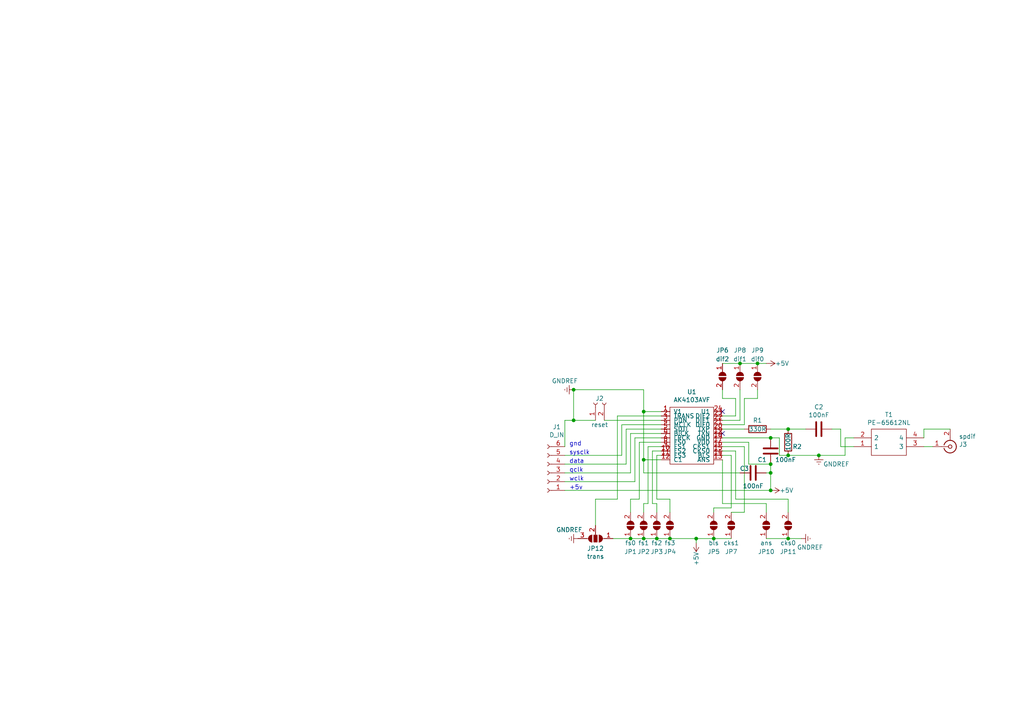
<source format=kicad_sch>
(kicad_sch (version 20211123) (generator eeschema)

  (uuid 94c158d1-8503-4553-b511-bf42f506c2a8)

  (paper "A4")

  (title_block
    (title "18bit-DIT")
    (rev "0.2")
  )

  (lib_symbols
    (symbol "65612:PE-65612NL" (pin_names (offset 0.762)) (in_bom yes) (on_board yes)
      (property "Reference" "T" (id 0) (at 16.51 7.62 0)
        (effects (font (size 1.27 1.27)) (justify left))
      )
      (property "Value" "PE-65612NL" (id 1) (at 16.51 5.08 0)
        (effects (font (size 1.27 1.27)) (justify left))
      )
      (property "Footprint" "PE65612NL" (id 2) (at 16.51 2.54 0)
        (effects (font (size 1.27 1.27)) (justify left) hide)
      )
      (property "Datasheet" "https://componentsearchengine.com/Datasheets/1/PE-65612NL.pdf" (id 3) (at 16.51 0 0)
        (effects (font (size 1.27 1.27)) (justify left) hide)
      )
      (property "Description" "Audio Transformers / Signal Transformers THT Digital Audio 2500uH 1-Port" (id 4) (at 16.51 -2.54 0)
        (effects (font (size 1.27 1.27)) (justify left) hide)
      )
      (property "Height" "6.6" (id 5) (at 16.51 -5.08 0)
        (effects (font (size 1.27 1.27)) (justify left) hide)
      )
      (property "Manufacturer_Name" "Pulse" (id 6) (at 16.51 -7.62 0)
        (effects (font (size 1.27 1.27)) (justify left) hide)
      )
      (property "Manufacturer_Part_Number" "PE-65612NL" (id 7) (at 16.51 -10.16 0)
        (effects (font (size 1.27 1.27)) (justify left) hide)
      )
      (property "Mouser Part Number" "673-PE-65612NL" (id 8) (at 16.51 -12.7 0)
        (effects (font (size 1.27 1.27)) (justify left) hide)
      )
      (property "Mouser Price/Stock" "https://www.mouser.co.uk/ProductDetail/Pulse-Electronics/PE-65612NL?qs=0Ba7fqpihnjaWgPSZtGigw%3D%3D" (id 9) (at 16.51 -15.24 0)
        (effects (font (size 1.27 1.27)) (justify left) hide)
      )
      (property "Arrow Part Number" "PE-65612NL" (id 10) (at 16.51 -17.78 0)
        (effects (font (size 1.27 1.27)) (justify left) hide)
      )
      (property "Arrow Price/Stock" "https://www.arrow.com/en/products/pe-65612nl/pulse-electronics-corporation?region=nac" (id 11) (at 16.51 -20.32 0)
        (effects (font (size 1.27 1.27)) (justify left) hide)
      )
      (property "ki_description" "Audio Transformers / Signal Transformers THT Digital Audio 2500uH 1-Port" (id 12) (at 0 0 0)
        (effects (font (size 1.27 1.27)) hide)
      )
      (symbol "PE-65612NL_0_0"
        (pin passive line (at 0 -2.54 0) (length 5.08)
          (name "1" (effects (font (size 1.27 1.27))))
          (number "1" (effects (font (size 1.27 1.27))))
        )
        (pin passive line (at 0 0 0) (length 5.08)
          (name "2" (effects (font (size 1.27 1.27))))
          (number "2" (effects (font (size 1.27 1.27))))
        )
        (pin passive line (at 20.32 -2.54 180) (length 5.08)
          (name "3" (effects (font (size 1.27 1.27))))
          (number "3" (effects (font (size 1.27 1.27))))
        )
        (pin passive line (at 20.32 0 180) (length 5.08)
          (name "4" (effects (font (size 1.27 1.27))))
          (number "4" (effects (font (size 1.27 1.27))))
        )
      )
      (symbol "PE-65612NL_0_1"
        (polyline
          (pts
            (xy 5.08 2.54)
            (xy 15.24 2.54)
            (xy 15.24 -5.08)
            (xy 5.08 -5.08)
            (xy 5.08 2.54)
          )
          (stroke (width 0.1524) (type default) (color 0 0 0 0))
          (fill (type none))
        )
      )
    )
    (symbol "Connector:Conn_01x02_Female" (pin_names (offset 1.016) hide) (in_bom yes) (on_board yes)
      (property "Reference" "J" (id 0) (at 0 2.54 0)
        (effects (font (size 1.27 1.27)))
      )
      (property "Value" "Conn_01x02_Female" (id 1) (at 0 -5.08 0)
        (effects (font (size 1.27 1.27)))
      )
      (property "Footprint" "" (id 2) (at 0 0 0)
        (effects (font (size 1.27 1.27)) hide)
      )
      (property "Datasheet" "~" (id 3) (at 0 0 0)
        (effects (font (size 1.27 1.27)) hide)
      )
      (property "ki_keywords" "connector" (id 4) (at 0 0 0)
        (effects (font (size 1.27 1.27)) hide)
      )
      (property "ki_description" "Generic connector, single row, 01x02, script generated (kicad-library-utils/schlib/autogen/connector/)" (id 5) (at 0 0 0)
        (effects (font (size 1.27 1.27)) hide)
      )
      (property "ki_fp_filters" "Connector*:*_1x??_*" (id 6) (at 0 0 0)
        (effects (font (size 1.27 1.27)) hide)
      )
      (symbol "Conn_01x02_Female_1_1"
        (arc (start 0 -2.032) (mid -0.508 -2.54) (end 0 -3.048)
          (stroke (width 0.1524) (type default) (color 0 0 0 0))
          (fill (type none))
        )
        (polyline
          (pts
            (xy -1.27 -2.54)
            (xy -0.508 -2.54)
          )
          (stroke (width 0.1524) (type default) (color 0 0 0 0))
          (fill (type none))
        )
        (polyline
          (pts
            (xy -1.27 0)
            (xy -0.508 0)
          )
          (stroke (width 0.1524) (type default) (color 0 0 0 0))
          (fill (type none))
        )
        (arc (start 0 0.508) (mid -0.508 0) (end 0 -0.508)
          (stroke (width 0.1524) (type default) (color 0 0 0 0))
          (fill (type none))
        )
        (pin passive line (at -5.08 0 0) (length 3.81)
          (name "Pin_1" (effects (font (size 1.27 1.27))))
          (number "1" (effects (font (size 1.27 1.27))))
        )
        (pin passive line (at -5.08 -2.54 0) (length 3.81)
          (name "Pin_2" (effects (font (size 1.27 1.27))))
          (number "2" (effects (font (size 1.27 1.27))))
        )
      )
    )
    (symbol "Connector:Conn_01x06_Female" (pin_names (offset 1.016) hide) (in_bom yes) (on_board yes)
      (property "Reference" "J" (id 0) (at 0 7.62 0)
        (effects (font (size 1.27 1.27)))
      )
      (property "Value" "Conn_01x06_Female" (id 1) (at 0 -10.16 0)
        (effects (font (size 1.27 1.27)))
      )
      (property "Footprint" "" (id 2) (at 0 0 0)
        (effects (font (size 1.27 1.27)) hide)
      )
      (property "Datasheet" "~" (id 3) (at 0 0 0)
        (effects (font (size 1.27 1.27)) hide)
      )
      (property "ki_keywords" "connector" (id 4) (at 0 0 0)
        (effects (font (size 1.27 1.27)) hide)
      )
      (property "ki_description" "Generic connector, single row, 01x06, script generated (kicad-library-utils/schlib/autogen/connector/)" (id 5) (at 0 0 0)
        (effects (font (size 1.27 1.27)) hide)
      )
      (property "ki_fp_filters" "Connector*:*_1x??_*" (id 6) (at 0 0 0)
        (effects (font (size 1.27 1.27)) hide)
      )
      (symbol "Conn_01x06_Female_1_1"
        (arc (start 0 -7.112) (mid -0.508 -7.62) (end 0 -8.128)
          (stroke (width 0.1524) (type default) (color 0 0 0 0))
          (fill (type none))
        )
        (arc (start 0 -4.572) (mid -0.508 -5.08) (end 0 -5.588)
          (stroke (width 0.1524) (type default) (color 0 0 0 0))
          (fill (type none))
        )
        (arc (start 0 -2.032) (mid -0.508 -2.54) (end 0 -3.048)
          (stroke (width 0.1524) (type default) (color 0 0 0 0))
          (fill (type none))
        )
        (polyline
          (pts
            (xy -1.27 -7.62)
            (xy -0.508 -7.62)
          )
          (stroke (width 0.1524) (type default) (color 0 0 0 0))
          (fill (type none))
        )
        (polyline
          (pts
            (xy -1.27 -5.08)
            (xy -0.508 -5.08)
          )
          (stroke (width 0.1524) (type default) (color 0 0 0 0))
          (fill (type none))
        )
        (polyline
          (pts
            (xy -1.27 -2.54)
            (xy -0.508 -2.54)
          )
          (stroke (width 0.1524) (type default) (color 0 0 0 0))
          (fill (type none))
        )
        (polyline
          (pts
            (xy -1.27 0)
            (xy -0.508 0)
          )
          (stroke (width 0.1524) (type default) (color 0 0 0 0))
          (fill (type none))
        )
        (polyline
          (pts
            (xy -1.27 2.54)
            (xy -0.508 2.54)
          )
          (stroke (width 0.1524) (type default) (color 0 0 0 0))
          (fill (type none))
        )
        (polyline
          (pts
            (xy -1.27 5.08)
            (xy -0.508 5.08)
          )
          (stroke (width 0.1524) (type default) (color 0 0 0 0))
          (fill (type none))
        )
        (arc (start 0 0.508) (mid -0.508 0) (end 0 -0.508)
          (stroke (width 0.1524) (type default) (color 0 0 0 0))
          (fill (type none))
        )
        (arc (start 0 3.048) (mid -0.508 2.54) (end 0 2.032)
          (stroke (width 0.1524) (type default) (color 0 0 0 0))
          (fill (type none))
        )
        (arc (start 0 5.588) (mid -0.508 5.08) (end 0 4.572)
          (stroke (width 0.1524) (type default) (color 0 0 0 0))
          (fill (type none))
        )
        (pin passive line (at -5.08 5.08 0) (length 3.81)
          (name "Pin_1" (effects (font (size 1.27 1.27))))
          (number "1" (effects (font (size 1.27 1.27))))
        )
        (pin passive line (at -5.08 2.54 0) (length 3.81)
          (name "Pin_2" (effects (font (size 1.27 1.27))))
          (number "2" (effects (font (size 1.27 1.27))))
        )
        (pin passive line (at -5.08 0 0) (length 3.81)
          (name "Pin_3" (effects (font (size 1.27 1.27))))
          (number "3" (effects (font (size 1.27 1.27))))
        )
        (pin passive line (at -5.08 -2.54 0) (length 3.81)
          (name "Pin_4" (effects (font (size 1.27 1.27))))
          (number "4" (effects (font (size 1.27 1.27))))
        )
        (pin passive line (at -5.08 -5.08 0) (length 3.81)
          (name "Pin_5" (effects (font (size 1.27 1.27))))
          (number "5" (effects (font (size 1.27 1.27))))
        )
        (pin passive line (at -5.08 -7.62 0) (length 3.81)
          (name "Pin_6" (effects (font (size 1.27 1.27))))
          (number "6" (effects (font (size 1.27 1.27))))
        )
      )
    )
    (symbol "Connector:Conn_Coaxial" (pin_names (offset 1.016) hide) (in_bom yes) (on_board yes)
      (property "Reference" "J" (id 0) (at 0.254 3.048 0)
        (effects (font (size 1.27 1.27)))
      )
      (property "Value" "Conn_Coaxial" (id 1) (at 2.921 0 90)
        (effects (font (size 1.27 1.27)))
      )
      (property "Footprint" "" (id 2) (at 0 0 0)
        (effects (font (size 1.27 1.27)) hide)
      )
      (property "Datasheet" " ~" (id 3) (at 0 0 0)
        (effects (font (size 1.27 1.27)) hide)
      )
      (property "ki_keywords" "BNC SMA SMB SMC LEMO coaxial connector CINCH RCA" (id 4) (at 0 0 0)
        (effects (font (size 1.27 1.27)) hide)
      )
      (property "ki_description" "coaxial connector (BNC, SMA, SMB, SMC, Cinch/RCA, LEMO, ...)" (id 5) (at 0 0 0)
        (effects (font (size 1.27 1.27)) hide)
      )
      (property "ki_fp_filters" "*BNC* *SMA* *SMB* *SMC* *Cinch* *LEMO*" (id 6) (at 0 0 0)
        (effects (font (size 1.27 1.27)) hide)
      )
      (symbol "Conn_Coaxial_0_1"
        (arc (start -1.778 -0.508) (mid 0.222 -1.808) (end 1.778 0)
          (stroke (width 0.254) (type default) (color 0 0 0 0))
          (fill (type none))
        )
        (polyline
          (pts
            (xy -2.54 0)
            (xy -0.508 0)
          )
          (stroke (width 0) (type default) (color 0 0 0 0))
          (fill (type none))
        )
        (polyline
          (pts
            (xy 0 -2.54)
            (xy 0 -1.778)
          )
          (stroke (width 0) (type default) (color 0 0 0 0))
          (fill (type none))
        )
        (circle (center 0 0) (radius 0.508)
          (stroke (width 0.2032) (type default) (color 0 0 0 0))
          (fill (type none))
        )
        (arc (start 1.778 0) (mid 0.222 1.8083) (end -1.778 0.508)
          (stroke (width 0.254) (type default) (color 0 0 0 0))
          (fill (type none))
        )
      )
      (symbol "Conn_Coaxial_1_1"
        (pin passive line (at -5.08 0 0) (length 2.54)
          (name "In" (effects (font (size 1.27 1.27))))
          (number "1" (effects (font (size 1.27 1.27))))
        )
        (pin passive line (at 0 -5.08 90) (length 2.54)
          (name "Ext" (effects (font (size 1.27 1.27))))
          (number "2" (effects (font (size 1.27 1.27))))
        )
      )
    )
    (symbol "Device:C" (pin_numbers hide) (pin_names (offset 0.254)) (in_bom yes) (on_board yes)
      (property "Reference" "C" (id 0) (at 0.635 2.54 0)
        (effects (font (size 1.27 1.27)) (justify left))
      )
      (property "Value" "C" (id 1) (at 0.635 -2.54 0)
        (effects (font (size 1.27 1.27)) (justify left))
      )
      (property "Footprint" "" (id 2) (at 0.9652 -3.81 0)
        (effects (font (size 1.27 1.27)) hide)
      )
      (property "Datasheet" "~" (id 3) (at 0 0 0)
        (effects (font (size 1.27 1.27)) hide)
      )
      (property "ki_keywords" "cap capacitor" (id 4) (at 0 0 0)
        (effects (font (size 1.27 1.27)) hide)
      )
      (property "ki_description" "Unpolarized capacitor" (id 5) (at 0 0 0)
        (effects (font (size 1.27 1.27)) hide)
      )
      (property "ki_fp_filters" "C_*" (id 6) (at 0 0 0)
        (effects (font (size 1.27 1.27)) hide)
      )
      (symbol "C_0_1"
        (polyline
          (pts
            (xy -2.032 -0.762)
            (xy 2.032 -0.762)
          )
          (stroke (width 0.508) (type default) (color 0 0 0 0))
          (fill (type none))
        )
        (polyline
          (pts
            (xy -2.032 0.762)
            (xy 2.032 0.762)
          )
          (stroke (width 0.508) (type default) (color 0 0 0 0))
          (fill (type none))
        )
      )
      (symbol "C_1_1"
        (pin passive line (at 0 3.81 270) (length 2.794)
          (name "~" (effects (font (size 1.27 1.27))))
          (number "1" (effects (font (size 1.27 1.27))))
        )
        (pin passive line (at 0 -3.81 90) (length 2.794)
          (name "~" (effects (font (size 1.27 1.27))))
          (number "2" (effects (font (size 1.27 1.27))))
        )
      )
    )
    (symbol "Device:R" (pin_numbers hide) (pin_names (offset 0)) (in_bom yes) (on_board yes)
      (property "Reference" "R" (id 0) (at 2.032 0 90)
        (effects (font (size 1.27 1.27)))
      )
      (property "Value" "R" (id 1) (at 0 0 90)
        (effects (font (size 1.27 1.27)))
      )
      (property "Footprint" "" (id 2) (at -1.778 0 90)
        (effects (font (size 1.27 1.27)) hide)
      )
      (property "Datasheet" "~" (id 3) (at 0 0 0)
        (effects (font (size 1.27 1.27)) hide)
      )
      (property "ki_keywords" "R res resistor" (id 4) (at 0 0 0)
        (effects (font (size 1.27 1.27)) hide)
      )
      (property "ki_description" "Resistor" (id 5) (at 0 0 0)
        (effects (font (size 1.27 1.27)) hide)
      )
      (property "ki_fp_filters" "R_*" (id 6) (at 0 0 0)
        (effects (font (size 1.27 1.27)) hide)
      )
      (symbol "R_0_1"
        (rectangle (start -1.016 -2.54) (end 1.016 2.54)
          (stroke (width 0.254) (type default) (color 0 0 0 0))
          (fill (type none))
        )
      )
      (symbol "R_1_1"
        (pin passive line (at 0 3.81 270) (length 1.27)
          (name "~" (effects (font (size 1.27 1.27))))
          (number "1" (effects (font (size 1.27 1.27))))
        )
        (pin passive line (at 0 -3.81 90) (length 1.27)
          (name "~" (effects (font (size 1.27 1.27))))
          (number "2" (effects (font (size 1.27 1.27))))
        )
      )
    )
    (symbol "Jumper:SolderJumper_2_Open" (pin_names (offset 0) hide) (in_bom yes) (on_board yes)
      (property "Reference" "JP" (id 0) (at 0 2.032 0)
        (effects (font (size 1.27 1.27)))
      )
      (property "Value" "SolderJumper_2_Open" (id 1) (at 0 -2.54 0)
        (effects (font (size 1.27 1.27)))
      )
      (property "Footprint" "" (id 2) (at 0 0 0)
        (effects (font (size 1.27 1.27)) hide)
      )
      (property "Datasheet" "~" (id 3) (at 0 0 0)
        (effects (font (size 1.27 1.27)) hide)
      )
      (property "ki_keywords" "solder jumper SPST" (id 4) (at 0 0 0)
        (effects (font (size 1.27 1.27)) hide)
      )
      (property "ki_description" "Solder Jumper, 2-pole, open" (id 5) (at 0 0 0)
        (effects (font (size 1.27 1.27)) hide)
      )
      (property "ki_fp_filters" "SolderJumper*Open*" (id 6) (at 0 0 0)
        (effects (font (size 1.27 1.27)) hide)
      )
      (symbol "SolderJumper_2_Open_0_1"
        (arc (start -0.254 1.016) (mid -1.27 0) (end -0.254 -1.016)
          (stroke (width 0) (type default) (color 0 0 0 0))
          (fill (type none))
        )
        (arc (start -0.254 1.016) (mid -1.27 0) (end -0.254 -1.016)
          (stroke (width 0) (type default) (color 0 0 0 0))
          (fill (type outline))
        )
        (polyline
          (pts
            (xy -0.254 1.016)
            (xy -0.254 -1.016)
          )
          (stroke (width 0) (type default) (color 0 0 0 0))
          (fill (type none))
        )
        (polyline
          (pts
            (xy 0.254 1.016)
            (xy 0.254 -1.016)
          )
          (stroke (width 0) (type default) (color 0 0 0 0))
          (fill (type none))
        )
        (arc (start 0.254 -1.016) (mid 1.27 0) (end 0.254 1.016)
          (stroke (width 0) (type default) (color 0 0 0 0))
          (fill (type none))
        )
        (arc (start 0.254 -1.016) (mid 1.27 0) (end 0.254 1.016)
          (stroke (width 0) (type default) (color 0 0 0 0))
          (fill (type outline))
        )
      )
      (symbol "SolderJumper_2_Open_1_1"
        (pin passive line (at -3.81 0 0) (length 2.54)
          (name "A" (effects (font (size 1.27 1.27))))
          (number "1" (effects (font (size 1.27 1.27))))
        )
        (pin passive line (at 3.81 0 180) (length 2.54)
          (name "B" (effects (font (size 1.27 1.27))))
          (number "2" (effects (font (size 1.27 1.27))))
        )
      )
    )
    (symbol "Jumper:SolderJumper_3_Open" (pin_names (offset 0) hide) (in_bom yes) (on_board yes)
      (property "Reference" "JP" (id 0) (at -2.54 -2.54 0)
        (effects (font (size 1.27 1.27)))
      )
      (property "Value" "SolderJumper_3_Open" (id 1) (at 0 2.794 0)
        (effects (font (size 1.27 1.27)))
      )
      (property "Footprint" "" (id 2) (at 0 0 0)
        (effects (font (size 1.27 1.27)) hide)
      )
      (property "Datasheet" "~" (id 3) (at 0 0 0)
        (effects (font (size 1.27 1.27)) hide)
      )
      (property "ki_keywords" "Solder Jumper SPDT" (id 4) (at 0 0 0)
        (effects (font (size 1.27 1.27)) hide)
      )
      (property "ki_description" "Solder Jumper, 3-pole, open" (id 5) (at 0 0 0)
        (effects (font (size 1.27 1.27)) hide)
      )
      (property "ki_fp_filters" "SolderJumper*Open*" (id 6) (at 0 0 0)
        (effects (font (size 1.27 1.27)) hide)
      )
      (symbol "SolderJumper_3_Open_0_1"
        (arc (start -1.016 1.016) (mid -2.032 0) (end -1.016 -1.016)
          (stroke (width 0) (type default) (color 0 0 0 0))
          (fill (type none))
        )
        (arc (start -1.016 1.016) (mid -2.032 0) (end -1.016 -1.016)
          (stroke (width 0) (type default) (color 0 0 0 0))
          (fill (type outline))
        )
        (rectangle (start -0.508 1.016) (end 0.508 -1.016)
          (stroke (width 0) (type default) (color 0 0 0 0))
          (fill (type outline))
        )
        (polyline
          (pts
            (xy -2.54 0)
            (xy -2.032 0)
          )
          (stroke (width 0) (type default) (color 0 0 0 0))
          (fill (type none))
        )
        (polyline
          (pts
            (xy -1.016 1.016)
            (xy -1.016 -1.016)
          )
          (stroke (width 0) (type default) (color 0 0 0 0))
          (fill (type none))
        )
        (polyline
          (pts
            (xy 0 -1.27)
            (xy 0 -1.016)
          )
          (stroke (width 0) (type default) (color 0 0 0 0))
          (fill (type none))
        )
        (polyline
          (pts
            (xy 1.016 1.016)
            (xy 1.016 -1.016)
          )
          (stroke (width 0) (type default) (color 0 0 0 0))
          (fill (type none))
        )
        (polyline
          (pts
            (xy 2.54 0)
            (xy 2.032 0)
          )
          (stroke (width 0) (type default) (color 0 0 0 0))
          (fill (type none))
        )
        (arc (start 1.016 -1.016) (mid 2.032 0) (end 1.016 1.016)
          (stroke (width 0) (type default) (color 0 0 0 0))
          (fill (type none))
        )
        (arc (start 1.016 -1.016) (mid 2.032 0) (end 1.016 1.016)
          (stroke (width 0) (type default) (color 0 0 0 0))
          (fill (type outline))
        )
      )
      (symbol "SolderJumper_3_Open_1_1"
        (pin passive line (at -5.08 0 0) (length 2.54)
          (name "A" (effects (font (size 1.27 1.27))))
          (number "1" (effects (font (size 1.27 1.27))))
        )
        (pin input line (at 0 -3.81 90) (length 2.54)
          (name "C" (effects (font (size 1.27 1.27))))
          (number "2" (effects (font (size 1.27 1.27))))
        )
        (pin passive line (at 5.08 0 180) (length 2.54)
          (name "B" (effects (font (size 1.27 1.27))))
          (number "3" (effects (font (size 1.27 1.27))))
        )
      )
    )
    (symbol "power:+5V" (power) (pin_names (offset 0)) (in_bom yes) (on_board yes)
      (property "Reference" "#PWR" (id 0) (at 0 -3.81 0)
        (effects (font (size 1.27 1.27)) hide)
      )
      (property "Value" "+5V" (id 1) (at 0 3.556 0)
        (effects (font (size 1.27 1.27)))
      )
      (property "Footprint" "" (id 2) (at 0 0 0)
        (effects (font (size 1.27 1.27)) hide)
      )
      (property "Datasheet" "" (id 3) (at 0 0 0)
        (effects (font (size 1.27 1.27)) hide)
      )
      (property "ki_keywords" "power-flag" (id 4) (at 0 0 0)
        (effects (font (size 1.27 1.27)) hide)
      )
      (property "ki_description" "Power symbol creates a global label with name \"+5V\"" (id 5) (at 0 0 0)
        (effects (font (size 1.27 1.27)) hide)
      )
      (symbol "+5V_0_1"
        (polyline
          (pts
            (xy -0.762 1.27)
            (xy 0 2.54)
          )
          (stroke (width 0) (type default) (color 0 0 0 0))
          (fill (type none))
        )
        (polyline
          (pts
            (xy 0 0)
            (xy 0 2.54)
          )
          (stroke (width 0) (type default) (color 0 0 0 0))
          (fill (type none))
        )
        (polyline
          (pts
            (xy 0 2.54)
            (xy 0.762 1.27)
          )
          (stroke (width 0) (type default) (color 0 0 0 0))
          (fill (type none))
        )
      )
      (symbol "+5V_1_1"
        (pin power_in line (at 0 0 90) (length 0) hide
          (name "+5V" (effects (font (size 1.27 1.27))))
          (number "1" (effects (font (size 1.27 1.27))))
        )
      )
    )
    (symbol "power:GNDREF" (power) (pin_names (offset 0)) (in_bom yes) (on_board yes)
      (property "Reference" "#PWR" (id 0) (at 0 -6.35 0)
        (effects (font (size 1.27 1.27)) hide)
      )
      (property "Value" "GNDREF" (id 1) (at 0 -3.81 0)
        (effects (font (size 1.27 1.27)))
      )
      (property "Footprint" "" (id 2) (at 0 0 0)
        (effects (font (size 1.27 1.27)) hide)
      )
      (property "Datasheet" "" (id 3) (at 0 0 0)
        (effects (font (size 1.27 1.27)) hide)
      )
      (property "ki_keywords" "power-flag" (id 4) (at 0 0 0)
        (effects (font (size 1.27 1.27)) hide)
      )
      (property "ki_description" "Power symbol creates a global label with name \"GNDREF\" , reference supply ground" (id 5) (at 0 0 0)
        (effects (font (size 1.27 1.27)) hide)
      )
      (symbol "GNDREF_0_1"
        (polyline
          (pts
            (xy -0.635 -1.905)
            (xy 0.635 -1.905)
          )
          (stroke (width 0) (type default) (color 0 0 0 0))
          (fill (type none))
        )
        (polyline
          (pts
            (xy -0.127 -2.54)
            (xy 0.127 -2.54)
          )
          (stroke (width 0) (type default) (color 0 0 0 0))
          (fill (type none))
        )
        (polyline
          (pts
            (xy 0 -1.27)
            (xy 0 0)
          )
          (stroke (width 0) (type default) (color 0 0 0 0))
          (fill (type none))
        )
        (polyline
          (pts
            (xy 1.27 -1.27)
            (xy -1.27 -1.27)
          )
          (stroke (width 0) (type default) (color 0 0 0 0))
          (fill (type none))
        )
      )
      (symbol "GNDREF_1_1"
        (pin power_in line (at 0 0 270) (length 0) hide
          (name "GNDREF" (effects (font (size 1.27 1.27))))
          (number "1" (effects (font (size 1.27 1.27))))
        )
      )
    )
    (symbol "spdif:AK4103AVF" (pin_names (offset 1.016)) (in_bom yes) (on_board yes)
      (property "Reference" "U" (id 0) (at 0 25.4 0)
        (effects (font (size 1.27 1.27)))
      )
      (property "Value" "AK4103AVF" (id 1) (at 0 22.86 0)
        (effects (font (size 1.27 1.27)))
      )
      (property "Footprint" "" (id 2) (at 0 0 0)
        (effects (font (size 1.27 1.27)) hide)
      )
      (property "Datasheet" "" (id 3) (at 0 0 0)
        (effects (font (size 1.27 1.27)) hide)
      )
      (symbol "AK4103AVF_0_1"
        (rectangle (start -6.35 7.62) (end 6.35 -8.89)
          (stroke (width 0) (type default) (color 0 0 0 0))
          (fill (type none))
        )
      )
      (symbol "AK4103AVF_1_1"
        (pin input line (at -8.89 6.35 0) (length 2.54)
          (name "V1" (effects (font (size 1.27 1.27))))
          (number "1" (effects (font (size 1.27 1.27))))
        )
        (pin input line (at -8.89 -5.08 0) (length 2.54)
          (name "FS2" (effects (font (size 1.27 1.27))))
          (number "10" (effects (font (size 1.27 1.27))))
        )
        (pin input line (at -8.89 -6.35 0) (length 2.54)
          (name "FS3" (effects (font (size 1.27 1.27))))
          (number "11" (effects (font (size 1.27 1.27))))
        )
        (pin input line (at -8.89 -7.62 0) (length 2.54)
          (name "C1" (effects (font (size 1.27 1.27))))
          (number "12" (effects (font (size 1.27 1.27))))
        )
        (pin input line (at 8.89 -7.62 180) (length 2.54)
          (name "ANS" (effects (font (size 1.27 1.27))))
          (number "13" (effects (font (size 1.27 1.27))))
        )
        (pin bidirectional line (at 8.89 -6.35 180) (length 2.54)
          (name "BLS" (effects (font (size 1.27 1.27))))
          (number "14" (effects (font (size 1.27 1.27))))
        )
        (pin input line (at 8.89 -5.08 180) (length 2.54)
          (name "CKS0" (effects (font (size 1.27 1.27))))
          (number "15" (effects (font (size 1.27 1.27))))
        )
        (pin input line (at 8.89 -3.81 180) (length 2.54)
          (name "CKS1" (effects (font (size 1.27 1.27))))
          (number "16" (effects (font (size 1.27 1.27))))
        )
        (pin power_in line (at 8.89 -2.54 180) (length 2.54)
          (name "VDD" (effects (font (size 1.27 1.27))))
          (number "17" (effects (font (size 1.27 1.27))))
        )
        (pin power_in line (at 8.89 -1.27 180) (length 2.54)
          (name "GND" (effects (font (size 1.27 1.27))))
          (number "18" (effects (font (size 1.27 1.27))))
        )
        (pin output line (at 8.89 0 180) (length 2.54)
          (name "TXN" (effects (font (size 1.27 1.27))))
          (number "19" (effects (font (size 1.27 1.27))))
        )
        (pin input line (at -8.89 5.08 0) (length 2.54)
          (name "TRANS" (effects (font (size 1.27 1.27))))
          (number "2" (effects (font (size 1.27 1.27))))
        )
        (pin output line (at 8.89 1.27 180) (length 2.54)
          (name "TXP" (effects (font (size 1.27 1.27))))
          (number "20" (effects (font (size 1.27 1.27))))
        )
        (pin input line (at 8.89 2.54 180) (length 2.54)
          (name "DIF0" (effects (font (size 1.27 1.27))))
          (number "21" (effects (font (size 1.27 1.27))))
        )
        (pin input line (at 8.89 3.81 180) (length 2.54)
          (name "DIF1" (effects (font (size 1.27 1.27))))
          (number "22" (effects (font (size 1.27 1.27))))
        )
        (pin input line (at 8.89 5.08 180) (length 2.54)
          (name "DIF2" (effects (font (size 1.27 1.27))))
          (number "23" (effects (font (size 1.27 1.27))))
        )
        (pin input line (at 8.89 6.35 180) (length 2.54)
          (name "U1" (effects (font (size 1.27 1.27))))
          (number "24" (effects (font (size 1.27 1.27))))
        )
        (pin input line (at -8.89 3.81 0) (length 2.54)
          (name "PDN" (effects (font (size 1.27 1.27))))
          (number "3" (effects (font (size 1.27 1.27))))
        )
        (pin input line (at -8.89 2.54 0) (length 2.54)
          (name "MCLK" (effects (font (size 1.27 1.27))))
          (number "4" (effects (font (size 1.27 1.27))))
        )
        (pin input line (at -8.89 1.27 0) (length 2.54)
          (name "SDTI" (effects (font (size 1.27 1.27))))
          (number "5" (effects (font (size 1.27 1.27))))
        )
        (pin bidirectional line (at -8.89 0 0) (length 2.54)
          (name "BICK" (effects (font (size 1.27 1.27))))
          (number "6" (effects (font (size 1.27 1.27))))
        )
        (pin bidirectional line (at -8.89 -1.27 0) (length 2.54)
          (name "LRCK" (effects (font (size 1.27 1.27))))
          (number "7" (effects (font (size 1.27 1.27))))
        )
        (pin input line (at -8.89 -2.54 0) (length 2.54)
          (name "FS0" (effects (font (size 1.27 1.27))))
          (number "8" (effects (font (size 1.27 1.27))))
        )
        (pin input line (at -8.89 -3.81 0) (length 2.54)
          (name "FS1" (effects (font (size 1.27 1.27))))
          (number "9" (effects (font (size 1.27 1.27))))
        )
      )
    )
  )

  (junction (at 201.93 156.21) (diameter 0) (color 0 0 0 0)
    (uuid 0351df45-d042-41d4-ba35-88092c7be2fc)
  )
  (junction (at 228.6 156.21) (diameter 0) (color 0 0 0 0)
    (uuid 097edb1b-8998-4e70-b670-bba125982348)
  )
  (junction (at 214.63 105.41) (diameter 0) (color 0 0 0 0)
    (uuid 101ef598-601d-400e-9ef6-d655fbb1dbfa)
  )
  (junction (at 186.69 133.35) (diameter 0) (color 0 0 0 0)
    (uuid 30f15357-ce1d-48b9-93dc-7d9b1b2aa048)
  )
  (junction (at 194.31 156.21) (diameter 0) (color 0 0 0 0)
    (uuid 37e8181c-a81e-498b-b2e2-0aef0c391059)
  )
  (junction (at 237.49 132.08) (diameter 0) (color 0 0 0 0)
    (uuid 4da6845f-55b1-4c3f-852b-d9d811da09d6)
  )
  (junction (at 223.52 134.62) (diameter 0) (color 0 0 0 0)
    (uuid 5fc27c35-3e1c-4f96-817c-93b5570858a6)
  )
  (junction (at 207.01 156.21) (diameter 0) (color 0 0 0 0)
    (uuid 676efd2f-1c48-4786-9e4b-2444f1e8f6ff)
  )
  (junction (at 223.52 142.24) (diameter 0) (color 0 0 0 0)
    (uuid 852dabbf-de45-4470-8176-59d37a754407)
  )
  (junction (at 186.69 156.21) (diameter 0) (color 0 0 0 0)
    (uuid 8a650ebf-3f78-4ca4-a26b-a5028693e36d)
  )
  (junction (at 166.37 121.92) (diameter 0) (color 0 0 0 0)
    (uuid 97fe9c60-586f-4895-8504-4d3729f5f81a)
  )
  (junction (at 223.52 127) (diameter 0) (color 0 0 0 0)
    (uuid a3e4f0ae-9f86-49e9-b386-ed8b42e012fb)
  )
  (junction (at 182.88 156.21) (diameter 0) (color 0 0 0 0)
    (uuid a6b7df29-bcf8-46a9-b623-7eaac47f5110)
  )
  (junction (at 190.5 156.21) (diameter 0) (color 0 0 0 0)
    (uuid abe07c9a-17c3-43b5-b7a6-ae867ac27ea7)
  )
  (junction (at 228.6 132.08) (diameter 0) (color 0 0 0 0)
    (uuid b5352a33-563a-4ffe-a231-2e68fb54afa3)
  )
  (junction (at 186.69 119.38) (diameter 0) (color 0 0 0 0)
    (uuid c41b3c8b-634e-435a-b582-96b83bbd4032)
  )
  (junction (at 166.37 113.03) (diameter 0) (color 0 0 0 0)
    (uuid c43663ee-9a0d-4f27-a292-89ba89964065)
  )
  (junction (at 223.52 137.16) (diameter 0) (color 0 0 0 0)
    (uuid cbd8faed-e1f8-4406-87c8-58b2c504a5d4)
  )
  (junction (at 219.71 105.41) (diameter 0) (color 0 0 0 0)
    (uuid e40e8cef-4fb0-4fc3-be09-3875b2cc8469)
  )
  (junction (at 228.6 124.46) (diameter 0) (color 0 0 0 0)
    (uuid efeac2a2-7682-4dc7-83ee-f6f1b23da506)
  )

  (no_connect (at 209.55 119.38) (uuid bfc0aadc-38cf-466e-a642-68fdc3138c78))
  (no_connect (at 209.55 125.73) (uuid d4a1d3c4-b315-4bec-9220-d12a9eab51e0))

  (wire (pts (xy 191.77 129.54) (xy 187.96 129.54))
    (stroke (width 0) (type default) (color 0 0 0 0))
    (uuid 003c2200-0632-4808-a662-8ddd5d30c768)
  )
  (wire (pts (xy 185.42 144.78) (xy 182.88 144.78))
    (stroke (width 0) (type default) (color 0 0 0 0))
    (uuid 01e9b6e7-adf9-4ee7-9447-a588630ee4a2)
  )
  (wire (pts (xy 182.88 125.73) (xy 191.77 125.73))
    (stroke (width 0) (type default) (color 0 0 0 0))
    (uuid 03c52831-5dc5-43c5-a442-8d23643b46fb)
  )
  (wire (pts (xy 184.15 127) (xy 191.77 127))
    (stroke (width 0) (type default) (color 0 0 0 0))
    (uuid 0b21a65d-d20b-411e-920a-75c343ac5136)
  )
  (wire (pts (xy 190.5 156.21) (xy 194.31 156.21))
    (stroke (width 0) (type default) (color 0 0 0 0))
    (uuid 0c3dceba-7c95-4b3d-b590-0eb581444beb)
  )
  (wire (pts (xy 166.37 121.92) (xy 166.37 113.03))
    (stroke (width 0) (type default) (color 0 0 0 0))
    (uuid 0eaa98f0-9565-4637-ace3-42a5231b07f7)
  )
  (wire (pts (xy 163.83 139.7) (xy 184.15 139.7))
    (stroke (width 0) (type default) (color 0 0 0 0))
    (uuid 0f22151c-f260-4674-b486-4710a2c42a55)
  )
  (wire (pts (xy 217.17 134.62) (xy 223.52 134.62))
    (stroke (width 0) (type default) (color 0 0 0 0))
    (uuid 0f54db53-a272-4955-88fb-d7ab00657bb0)
  )
  (wire (pts (xy 243.84 129.54) (xy 247.65 129.54))
    (stroke (width 0) (type default) (color 0 0 0 0))
    (uuid 12422a89-3d0c-485c-9386-f77121fd68fd)
  )
  (wire (pts (xy 187.96 146.05) (xy 186.69 146.05))
    (stroke (width 0) (type default) (color 0 0 0 0))
    (uuid 16bd6381-8ac0-4bf2-9dce-ecc20c724b8d)
  )
  (wire (pts (xy 166.37 113.03) (xy 186.69 113.03))
    (stroke (width 0) (type default) (color 0 0 0 0))
    (uuid 181abe7a-f941-42b6-bd46-aaa3131f90fb)
  )
  (wire (pts (xy 163.83 121.92) (xy 166.37 121.92))
    (stroke (width 0) (type default) (color 0 0 0 0))
    (uuid 1831fb37-1c5d-42c4-b898-151be6fca9dc)
  )
  (wire (pts (xy 267.97 124.46) (xy 275.59 124.46))
    (stroke (width 0) (type default) (color 0 0 0 0))
    (uuid 1a6d2848-e78e-49fe-8978-e1890f07836f)
  )
  (wire (pts (xy 186.69 133.35) (xy 191.77 133.35))
    (stroke (width 0) (type default) (color 0 0 0 0))
    (uuid 1e1b062d-fad0-427c-a622-c5b8a80b5268)
  )
  (wire (pts (xy 185.42 128.27) (xy 185.42 144.78))
    (stroke (width 0) (type default) (color 0 0 0 0))
    (uuid 1e8701fc-ad24-40ea-846a-e3db538d6077)
  )
  (wire (pts (xy 212.09 147.32) (xy 207.01 147.32))
    (stroke (width 0) (type default) (color 0 0 0 0))
    (uuid 21ae9c3a-7138-444e-be38-56a4842ab594)
  )
  (wire (pts (xy 191.77 128.27) (xy 185.42 128.27))
    (stroke (width 0) (type default) (color 0 0 0 0))
    (uuid 240e07e1-770b-4b27-894f-29fd601c924d)
  )
  (wire (pts (xy 201.93 156.21) (xy 207.01 156.21))
    (stroke (width 0) (type default) (color 0 0 0 0))
    (uuid 240e5dac-6242-47a5-bbef-f76d11c715c0)
  )
  (wire (pts (xy 190.5 132.08) (xy 190.5 144.78))
    (stroke (width 0) (type default) (color 0 0 0 0))
    (uuid 25d545dc-8f50-4573-922c-35ef5a2a3a19)
  )
  (wire (pts (xy 209.55 146.05) (xy 222.25 146.05))
    (stroke (width 0) (type default) (color 0 0 0 0))
    (uuid 275aa44a-b61f-489f-9e2a-819a0fe0d1eb)
  )
  (wire (pts (xy 181.61 134.62) (xy 181.61 124.46))
    (stroke (width 0) (type default) (color 0 0 0 0))
    (uuid 29e78086-2175-405e-9ba3-c48766d2f50c)
  )
  (wire (pts (xy 223.52 124.46) (xy 228.6 124.46))
    (stroke (width 0) (type default) (color 0 0 0 0))
    (uuid 2e642b3e-a476-4c54-9a52-dcea955640cd)
  )
  (wire (pts (xy 228.6 132.08) (xy 237.49 132.08))
    (stroke (width 0) (type default) (color 0 0 0 0))
    (uuid 31e08896-1992-4725-96d9-9d2728bca7a3)
  )
  (wire (pts (xy 213.36 115.57) (xy 213.36 120.65))
    (stroke (width 0) (type default) (color 0 0 0 0))
    (uuid 381a279f-232f-4196-8610-467f8e4ee87a)
  )
  (wire (pts (xy 163.83 137.16) (xy 182.88 137.16))
    (stroke (width 0) (type default) (color 0 0 0 0))
    (uuid 3cd1bda0-18db-417d-b581-a0c50623df68)
  )
  (wire (pts (xy 245.11 127) (xy 245.11 132.08))
    (stroke (width 0) (type default) (color 0 0 0 0))
    (uuid 40165eda-4ba6-4565-9bb4-b9df6dbb08da)
  )
  (wire (pts (xy 191.77 120.65) (xy 179.07 120.65))
    (stroke (width 0) (type default) (color 0 0 0 0))
    (uuid 40976bf0-19de-460f-ad64-224d4f51e16b)
  )
  (wire (pts (xy 267.97 129.54) (xy 270.51 129.54))
    (stroke (width 0) (type default) (color 0 0 0 0))
    (uuid 45008225-f50f-4d6b-b508-6730a9408caf)
  )
  (wire (pts (xy 228.6 156.21) (xy 232.41 156.21))
    (stroke (width 0) (type default) (color 0 0 0 0))
    (uuid 477311b9-8f81-40c8-9c55-fd87e287247a)
  )
  (wire (pts (xy 214.63 113.03) (xy 214.63 121.92))
    (stroke (width 0) (type default) (color 0 0 0 0))
    (uuid 49c055b7-01e1-48d7-9e7a-e99fd5b60bf5)
  )
  (wire (pts (xy 190.5 144.78) (xy 194.31 144.78))
    (stroke (width 0) (type default) (color 0 0 0 0))
    (uuid 4a21e717-d46d-4d9e-8b98-af4ecb02d3ec)
  )
  (wire (pts (xy 222.25 137.16) (xy 223.52 137.16))
    (stroke (width 0) (type default) (color 0 0 0 0))
    (uuid 4a4ec8d9-3d72-4952-83d4-808f65849a2b)
  )
  (wire (pts (xy 163.83 132.08) (xy 180.34 132.08))
    (stroke (width 0) (type default) (color 0 0 0 0))
    (uuid 4c8eb964-bdf4-44de-90e9-e2ab82dd5313)
  )
  (wire (pts (xy 187.96 129.54) (xy 187.96 146.05))
    (stroke (width 0) (type default) (color 0 0 0 0))
    (uuid 4f66b314-0f62-4fb6-8c3c-f9c6a75cd3ec)
  )
  (wire (pts (xy 209.55 127) (xy 223.52 127))
    (stroke (width 0) (type default) (color 0 0 0 0))
    (uuid 5038e144-5119-49db-b6cf-f7c345f1cf03)
  )
  (wire (pts (xy 226.06 132.08) (xy 228.6 132.08))
    (stroke (width 0) (type default) (color 0 0 0 0))
    (uuid 54365317-1355-4216-bb75-829375abc4ec)
  )
  (wire (pts (xy 213.36 144.78) (xy 228.6 144.78))
    (stroke (width 0) (type default) (color 0 0 0 0))
    (uuid 57c0c267-8bf9-4cc7-b734-d71a239ac313)
  )
  (wire (pts (xy 228.6 144.78) (xy 228.6 148.59))
    (stroke (width 0) (type default) (color 0 0 0 0))
    (uuid 5ca4be1c-537e-4a4a-b344-d0c8ffde8546)
  )
  (wire (pts (xy 189.23 146.05) (xy 190.5 146.05))
    (stroke (width 0) (type default) (color 0 0 0 0))
    (uuid 60dcd1fe-7079-4cb8-b509-04558ccf5097)
  )
  (wire (pts (xy 209.55 121.92) (xy 214.63 121.92))
    (stroke (width 0) (type default) (color 0 0 0 0))
    (uuid 639c0e59-e95c-4114-bccd-2e7277505454)
  )
  (wire (pts (xy 241.3 124.46) (xy 243.84 124.46))
    (stroke (width 0) (type default) (color 0 0 0 0))
    (uuid 6441b183-b8f2-458f-a23d-60e2b1f66dd6)
  )
  (wire (pts (xy 237.49 132.08) (xy 245.11 132.08))
    (stroke (width 0) (type default) (color 0 0 0 0))
    (uuid 646eb608-8655-4892-b3d9-d0c69b132ad5)
  )
  (wire (pts (xy 222.25 146.05) (xy 222.25 148.59))
    (stroke (width 0) (type default) (color 0 0 0 0))
    (uuid 6c67e4f6-9d04-4539-b356-b76e915ce848)
  )
  (wire (pts (xy 186.69 156.21) (xy 190.5 156.21))
    (stroke (width 0) (type default) (color 0 0 0 0))
    (uuid 730b670c-9bcf-4dcd-9a8d-fcaa61fb0955)
  )
  (wire (pts (xy 172.72 144.78) (xy 172.72 152.4))
    (stroke (width 0) (type default) (color 0 0 0 0))
    (uuid 7a4ce4b3-518a-4819-b8b2-5127b3347c64)
  )
  (wire (pts (xy 223.52 142.24) (xy 163.83 142.24))
    (stroke (width 0) (type default) (color 0 0 0 0))
    (uuid 7aed3a71-054b-4aaa-9c0a-030523c32827)
  )
  (wire (pts (xy 215.9 148.59) (xy 212.09 148.59))
    (stroke (width 0) (type default) (color 0 0 0 0))
    (uuid 7cee474b-af8f-4832-b07a-c43c1ab0b464)
  )
  (wire (pts (xy 243.84 124.46) (xy 243.84 129.54))
    (stroke (width 0) (type default) (color 0 0 0 0))
    (uuid 7d34f6b1-ab31-49be-b011-c67fe67a8a56)
  )
  (wire (pts (xy 182.88 156.21) (xy 186.69 156.21))
    (stroke (width 0) (type default) (color 0 0 0 0))
    (uuid 7d928d56-093a-4ca8-aed1-414b7e703b45)
  )
  (wire (pts (xy 215.9 115.57) (xy 219.71 115.57))
    (stroke (width 0) (type default) (color 0 0 0 0))
    (uuid 7f2301df-e4bc-479e-a681-cc59c9a2dbbb)
  )
  (wire (pts (xy 209.55 105.41) (xy 214.63 105.41))
    (stroke (width 0) (type default) (color 0 0 0 0))
    (uuid 7f52d787-caa3-4a92-b1b2-19d554dc29a4)
  )
  (wire (pts (xy 217.17 134.62) (xy 217.17 128.27))
    (stroke (width 0) (type default) (color 0 0 0 0))
    (uuid 80094b70-85ab-4ff6-934b-60d5ee65023a)
  )
  (wire (pts (xy 209.55 113.03) (xy 209.55 115.57))
    (stroke (width 0) (type default) (color 0 0 0 0))
    (uuid 8087f566-a94d-4bbc-985b-e49ee7762296)
  )
  (wire (pts (xy 215.9 129.54) (xy 215.9 148.59))
    (stroke (width 0) (type default) (color 0 0 0 0))
    (uuid 853ee787-6e2c-4f32-bc75-6c17337dd3d5)
  )
  (wire (pts (xy 189.23 130.81) (xy 189.23 146.05))
    (stroke (width 0) (type default) (color 0 0 0 0))
    (uuid 85b7594c-358f-454b-b2ad-dd0b1d67ed76)
  )
  (wire (pts (xy 209.55 124.46) (xy 215.9 124.46))
    (stroke (width 0) (type default) (color 0 0 0 0))
    (uuid 87371631-aa02-498a-998a-09bdb74784c1)
  )
  (wire (pts (xy 186.69 119.38) (xy 186.69 133.35))
    (stroke (width 0) (type default) (color 0 0 0 0))
    (uuid 8c514922-ffe1-4e37-a260-e807409f2e0d)
  )
  (wire (pts (xy 209.55 120.65) (xy 213.36 120.65))
    (stroke (width 0) (type default) (color 0 0 0 0))
    (uuid 8ca3e20d-bcc7-4c5e-9deb-562dfed9fecb)
  )
  (wire (pts (xy 207.01 156.21) (xy 212.09 156.21))
    (stroke (width 0) (type default) (color 0 0 0 0))
    (uuid 8d9a3ecc-539f-41da-8099-d37cea9c28e7)
  )
  (wire (pts (xy 247.65 127) (xy 245.11 127))
    (stroke (width 0) (type default) (color 0 0 0 0))
    (uuid 8e06ba1f-e3ba-4eb9-a10e-887dffd566d6)
  )
  (wire (pts (xy 223.52 134.62) (xy 223.52 137.16))
    (stroke (width 0) (type default) (color 0 0 0 0))
    (uuid 9157f4ae-0244-4ff1-9f73-3cb4cbb5f280)
  )
  (wire (pts (xy 175.26 121.92) (xy 191.77 121.92))
    (stroke (width 0) (type default) (color 0 0 0 0))
    (uuid 922058ca-d09a-45fd-8394-05f3e2c1e03a)
  )
  (wire (pts (xy 163.83 129.54) (xy 163.83 121.92))
    (stroke (width 0) (type default) (color 0 0 0 0))
    (uuid 9340c285-5767-42d5-8b6d-63fe2a40ddf3)
  )
  (wire (pts (xy 181.61 124.46) (xy 191.77 124.46))
    (stroke (width 0) (type default) (color 0 0 0 0))
    (uuid 94a873dc-af67-4ef9-8159-1f7c93eeb3d7)
  )
  (wire (pts (xy 209.55 115.57) (xy 213.36 115.57))
    (stroke (width 0) (type default) (color 0 0 0 0))
    (uuid 98c78427-acd5-4f90-9ad6-9f61c4809aec)
  )
  (wire (pts (xy 191.77 132.08) (xy 190.5 132.08))
    (stroke (width 0) (type default) (color 0 0 0 0))
    (uuid 9b0a1687-7e1b-4a04-a30b-c27a072a2949)
  )
  (wire (pts (xy 219.71 105.41) (xy 222.25 105.41))
    (stroke (width 0) (type default) (color 0 0 0 0))
    (uuid 9b3c58a7-a9b9-4498-abc0-f9f43e4f0292)
  )
  (wire (pts (xy 180.34 123.19) (xy 191.77 123.19))
    (stroke (width 0) (type default) (color 0 0 0 0))
    (uuid 9bb20359-0f8b-45bc-9d38-6626ed3a939d)
  )
  (wire (pts (xy 212.09 132.08) (xy 212.09 147.32))
    (stroke (width 0) (type default) (color 0 0 0 0))
    (uuid 9cb12cc8-7f1a-4a01-9256-c119f11a8a02)
  )
  (wire (pts (xy 163.83 134.62) (xy 181.61 134.62))
    (stroke (width 0) (type default) (color 0 0 0 0))
    (uuid a1823eb2-fb0d-4ed8-8b96-04184ac3a9d5)
  )
  (wire (pts (xy 267.97 127) (xy 267.97 124.46))
    (stroke (width 0) (type default) (color 0 0 0 0))
    (uuid a544eb0a-75db-4baf-bf54-9ca21744343b)
  )
  (wire (pts (xy 186.69 146.05) (xy 186.69 148.59))
    (stroke (width 0) (type default) (color 0 0 0 0))
    (uuid a5cd8da1-8f7f-4f80-bb23-0317de562222)
  )
  (wire (pts (xy 223.52 127) (xy 226.06 127))
    (stroke (width 0) (type default) (color 0 0 0 0))
    (uuid a690fc6c-55d9-47e6-b533-faa4b67e20f3)
  )
  (wire (pts (xy 219.71 115.57) (xy 219.71 113.03))
    (stroke (width 0) (type default) (color 0 0 0 0))
    (uuid a8447faf-e0a0-4c4a-ae53-4d4b28669151)
  )
  (wire (pts (xy 179.07 144.78) (xy 172.72 144.78))
    (stroke (width 0) (type default) (color 0 0 0 0))
    (uuid a9b3f6e4-7a6d-4ae8-ad28-3d8458e0ca1a)
  )
  (wire (pts (xy 180.34 132.08) (xy 180.34 123.19))
    (stroke (width 0) (type default) (color 0 0 0 0))
    (uuid aa14c3bd-4acc-4908-9d28-228585a22a9d)
  )
  (wire (pts (xy 222.25 156.21) (xy 228.6 156.21))
    (stroke (width 0) (type default) (color 0 0 0 0))
    (uuid aa2ea573-3f20-43c1-aa99-1f9c6031a9aa)
  )
  (wire (pts (xy 226.06 127) (xy 226.06 132.08))
    (stroke (width 0) (type default) (color 0 0 0 0))
    (uuid ac264c30-3e9a-4be2-b97a-9949b68bd497)
  )
  (wire (pts (xy 209.55 130.81) (xy 213.36 130.81))
    (stroke (width 0) (type default) (color 0 0 0 0))
    (uuid aca4de92-9c41-4c2b-9afa-540d02dafa1c)
  )
  (wire (pts (xy 209.55 133.35) (xy 209.55 146.05))
    (stroke (width 0) (type default) (color 0 0 0 0))
    (uuid b447dbb1-d38e-4a15-93cb-12c25382ea53)
  )
  (wire (pts (xy 166.37 121.92) (xy 172.72 121.92))
    (stroke (width 0) (type default) (color 0 0 0 0))
    (uuid bdc7face-9f7c-4701-80bb-4cc144448db1)
  )
  (wire (pts (xy 228.6 124.46) (xy 233.68 124.46))
    (stroke (width 0) (type default) (color 0 0 0 0))
    (uuid c144caa5-b0d4-4cef-840a-d4ad178a2102)
  )
  (wire (pts (xy 209.55 132.08) (xy 212.09 132.08))
    (stroke (width 0) (type default) (color 0 0 0 0))
    (uuid c25a772d-af9c-4ebc-96f6-0966738c13a8)
  )
  (wire (pts (xy 190.5 146.05) (xy 190.5 148.59))
    (stroke (width 0) (type default) (color 0 0 0 0))
    (uuid c5eb1e4c-ce83-470e-8f32-e20ff1f886a3)
  )
  (wire (pts (xy 207.01 147.32) (xy 207.01 148.59))
    (stroke (width 0) (type default) (color 0 0 0 0))
    (uuid c7e7067c-5f5e-48d8-ab59-df26f9b35863)
  )
  (wire (pts (xy 214.63 105.41) (xy 219.71 105.41))
    (stroke (width 0) (type default) (color 0 0 0 0))
    (uuid c8029a4c-945d-42ca-871a-dd73ff50a1a3)
  )
  (wire (pts (xy 186.69 137.16) (xy 214.63 137.16))
    (stroke (width 0) (type default) (color 0 0 0 0))
    (uuid c830e3bc-dc64-4f65-8f47-3b106bae2807)
  )
  (wire (pts (xy 209.55 128.27) (xy 217.17 128.27))
    (stroke (width 0) (type default) (color 0 0 0 0))
    (uuid c8c79177-94d4-43e2-a654-f0a5554fbb68)
  )
  (wire (pts (xy 182.88 144.78) (xy 182.88 148.59))
    (stroke (width 0) (type default) (color 0 0 0 0))
    (uuid ca87f11b-5f48-4b57-8535-68d3ec2fe5a9)
  )
  (wire (pts (xy 191.77 119.38) (xy 186.69 119.38))
    (stroke (width 0) (type default) (color 0 0 0 0))
    (uuid cbdcaa78-3bbc-413f-91bf-2709119373ce)
  )
  (wire (pts (xy 186.69 113.03) (xy 186.69 119.38))
    (stroke (width 0) (type default) (color 0 0 0 0))
    (uuid ce83728b-bebd-48c2-8734-b6a50d837931)
  )
  (wire (pts (xy 194.31 156.21) (xy 201.93 156.21))
    (stroke (width 0) (type default) (color 0 0 0 0))
    (uuid cfa5c16e-7859-460d-a0b8-cea7d7ea629c)
  )
  (wire (pts (xy 209.55 123.19) (xy 215.9 123.19))
    (stroke (width 0) (type default) (color 0 0 0 0))
    (uuid d3c11c8f-a73d-4211-934b-a6da255728ad)
  )
  (wire (pts (xy 213.36 130.81) (xy 213.36 144.78))
    (stroke (width 0) (type default) (color 0 0 0 0))
    (uuid d5641ac9-9be7-46bf-90b3-6c83d852b5ba)
  )
  (wire (pts (xy 182.88 137.16) (xy 182.88 125.73))
    (stroke (width 0) (type default) (color 0 0 0 0))
    (uuid d57dcfee-5058-4fc2-a68b-05f9a48f685b)
  )
  (wire (pts (xy 209.55 129.54) (xy 215.9 129.54))
    (stroke (width 0) (type default) (color 0 0 0 0))
    (uuid d7269d2a-b8c0-422d-8f25-f79ea31bf75e)
  )
  (wire (pts (xy 186.69 137.16) (xy 186.69 133.35))
    (stroke (width 0) (type default) (color 0 0 0 0))
    (uuid d8603679-3e7b-4337-8dbc-1827f5f54d8a)
  )
  (wire (pts (xy 177.8 156.21) (xy 182.88 156.21))
    (stroke (width 0) (type default) (color 0 0 0 0))
    (uuid d9c6d5d2-0b49-49ba-a970-cd2c32f74c54)
  )
  (wire (pts (xy 215.9 115.57) (xy 215.9 123.19))
    (stroke (width 0) (type default) (color 0 0 0 0))
    (uuid e1bf0850-7ec6-401b-b7d2-ca77a5ee24f2)
  )
  (wire (pts (xy 179.07 120.65) (xy 179.07 144.78))
    (stroke (width 0) (type default) (color 0 0 0 0))
    (uuid e21aa84b-970e-47cf-b64f-3b55ee0e1b51)
  )
  (wire (pts (xy 201.93 157.48) (xy 201.93 156.21))
    (stroke (width 0) (type default) (color 0 0 0 0))
    (uuid e472dac4-5b65-4920-b8b2-6065d140a69d)
  )
  (wire (pts (xy 194.31 144.78) (xy 194.31 148.59))
    (stroke (width 0) (type default) (color 0 0 0 0))
    (uuid ec31c074-17b2-48e1-ab01-071acad3fa04)
  )
  (wire (pts (xy 191.77 130.81) (xy 189.23 130.81))
    (stroke (width 0) (type default) (color 0 0 0 0))
    (uuid ee27d19c-8dca-4ac8-a760-6dfd54d28071)
  )
  (wire (pts (xy 223.52 137.16) (xy 223.52 142.24))
    (stroke (width 0) (type default) (color 0 0 0 0))
    (uuid f2c93195-af12-4d3e-acdf-bdd0ff675c24)
  )
  (wire (pts (xy 184.15 139.7) (xy 184.15 127))
    (stroke (width 0) (type default) (color 0 0 0 0))
    (uuid fe8d9267-7834-48d6-a191-c8724b2ee78d)
  )

  (text "+5v" (at 165.1 142.24 0)
    (effects (font (size 1.27 1.27)) (justify left bottom))
    (uuid 08a7c925-7fae-4530-b0c9-120e185cb318)
  )
  (text "sysclk" (at 165.1 132.08 0)
    (effects (font (size 1.27 1.27)) (justify left bottom))
    (uuid 2d6db888-4e40-41c8-b701-07170fc894bc)
  )
  (text "qclk" (at 165.1 137.16 0)
    (effects (font (size 1.27 1.27)) (justify left bottom))
    (uuid 5528bcad-2950-4673-90eb-c37e6952c475)
  )
  (text "gnd" (at 165.1 129.54 0)
    (effects (font (size 1.27 1.27)) (justify left bottom))
    (uuid 66043bca-a260-4915-9fce-8a51d324c687)
  )
  (text "data" (at 165.1 134.62 0)
    (effects (font (size 1.27 1.27)) (justify left bottom))
    (uuid 7bbf981c-a063-4e30-8911-e4228e1c0743)
  )
  (text "wclk" (at 165.1 139.7 0)
    (effects (font (size 1.27 1.27)) (justify left bottom))
    (uuid 7edc9030-db7b-43ac-a1b3-b87eeacb4c2d)
  )

  (symbol (lib_id "Device:R") (at 228.6 128.27 0) (unit 1)
    (in_bom yes) (on_board yes)
    (uuid 00000000-0000-0000-0000-00005dc3ef48)
    (property "Reference" "R2" (id 0) (at 229.87 129.54 0)
      (effects (font (size 1.27 1.27)) (justify left))
    )
    (property "Value" "100R" (id 1) (at 228.6 130.81 90)
      (effects (font (size 1.27 1.27)) (justify left))
    )
    (property "Footprint" "Resistor_SMD:R_0402_1005Metric" (id 2) (at 226.822 128.27 90)
      (effects (font (size 1.27 1.27)) hide)
    )
    (property "Datasheet" "~" (id 3) (at 228.6 128.27 0)
      (effects (font (size 1.27 1.27)) hide)
    )
    (pin "1" (uuid 6b6a71cd-8d99-4e4f-9413-88bd4ae099aa))
    (pin "2" (uuid b856d662-6aaf-4945-ad95-6dfc908f6ccb))
  )

  (symbol (lib_id "Device:R") (at 219.71 124.46 270) (unit 1)
    (in_bom yes) (on_board yes)
    (uuid 00000000-0000-0000-0000-00005dc3f200)
    (property "Reference" "R1" (id 0) (at 219.71 121.92 90))
    (property "Value" "330R" (id 1) (at 219.71 124.46 90))
    (property "Footprint" "Resistor_SMD:R_0402_1005Metric" (id 2) (at 219.71 122.682 90)
      (effects (font (size 1.27 1.27)) hide)
    )
    (property "Datasheet" "~" (id 3) (at 219.71 124.46 0)
      (effects (font (size 1.27 1.27)) hide)
    )
    (pin "1" (uuid ab0f422b-6709-4f4d-a71f-7c10c321deae))
    (pin "2" (uuid 555e9f3a-a6c1-434b-bd7d-f116ba04f08f))
  )

  (symbol (lib_id "Device:C") (at 223.52 130.81 0) (unit 1)
    (in_bom yes) (on_board yes)
    (uuid 00000000-0000-0000-0000-00005dc3f607)
    (property "Reference" "C1" (id 0) (at 219.71 133.35 0)
      (effects (font (size 1.27 1.27)) (justify left))
    )
    (property "Value" "100nF" (id 1) (at 224.79 133.35 0)
      (effects (font (size 1.27 1.27)) (justify left))
    )
    (property "Footprint" "Capacitor_SMD:C_0603_1608Metric" (id 2) (at 224.4852 134.62 0)
      (effects (font (size 1.27 1.27)) hide)
    )
    (property "Datasheet" "~" (id 3) (at 223.52 130.81 0)
      (effects (font (size 1.27 1.27)) hide)
    )
    (pin "1" (uuid e7136250-cee6-4520-acb7-2950e0829e43))
    (pin "2" (uuid 0aa6a8eb-91a3-42fb-bcb5-e80e5bff03f8))
  )

  (symbol (lib_id "Device:C") (at 237.49 124.46 270) (unit 1)
    (in_bom yes) (on_board yes)
    (uuid 00000000-0000-0000-0000-00005dc3fa29)
    (property "Reference" "C2" (id 0) (at 237.49 118.0592 90))
    (property "Value" "100nF" (id 1) (at 237.49 120.3706 90))
    (property "Footprint" "Capacitor_SMD:C_0603_1608Metric" (id 2) (at 233.68 125.4252 0)
      (effects (font (size 1.27 1.27)) hide)
    )
    (property "Datasheet" "~" (id 3) (at 237.49 124.46 0)
      (effects (font (size 1.27 1.27)) hide)
    )
    (pin "1" (uuid 0834b41d-f6f1-43e2-8520-e7638fd21ba6))
    (pin "2" (uuid fd6ae284-86b6-49e9-abf6-64b463f955c1))
  )

  (symbol (lib_id "spdif:AK4103AVF") (at 200.66 125.73 0) (unit 1)
    (in_bom yes) (on_board yes)
    (uuid 00000000-0000-0000-0000-00005dc4106d)
    (property "Reference" "U1" (id 0) (at 200.66 113.665 0))
    (property "Value" "AK4103AVF" (id 1) (at 200.66 115.9764 0))
    (property "Footprint" "Package_SO:TSSOP-24_6.1x7.8mm_P0.65mm" (id 2) (at 200.66 125.73 0)
      (effects (font (size 1.27 1.27)) hide)
    )
    (property "Datasheet" "" (id 3) (at 200.66 125.73 0)
      (effects (font (size 1.27 1.27)) hide)
    )
    (pin "1" (uuid 59800b91-a5b8-492b-9696-9e5aac83835b))
    (pin "10" (uuid e09f73e9-ea5b-46fb-8715-a7d07924a116))
    (pin "11" (uuid 1969ea82-7d98-443d-8d98-a45e3b97ae06))
    (pin "12" (uuid ca40b575-837b-46ca-89ea-dfd6e9a42808))
    (pin "13" (uuid 7e5ffc19-31f0-4d68-af64-283473db0307))
    (pin "14" (uuid ee14d760-69a0-40d9-b78e-b5439b1600bf))
    (pin "15" (uuid fa47510a-954c-4c41-b648-d5714d95cc2b))
    (pin "16" (uuid a8e4e2a6-4d83-4681-9ddd-e4eb7f72257c))
    (pin "17" (uuid 35b0aa54-b7ab-4dce-b263-08a43437121f))
    (pin "18" (uuid f74283b4-72ce-444b-b686-50fc4a1a83c9))
    (pin "19" (uuid 5ce20f82-f5cc-44da-ac90-484a5da27440))
    (pin "2" (uuid cf11df2f-d54e-43bb-aae6-bcc998f1ace1))
    (pin "20" (uuid 34c6c16f-4101-4012-9ef0-6f0e92aa6aac))
    (pin "21" (uuid 2cbf02eb-38aa-4c79-8b95-6f1acd465f40))
    (pin "22" (uuid b349c6a9-3f69-433c-8ef8-1939e03de70e))
    (pin "23" (uuid 3a06f183-ff8d-4139-aab1-17277bcd3e4c))
    (pin "24" (uuid 5c58c93e-bf37-4ecd-8d38-602d3001a443))
    (pin "3" (uuid 954df812-1288-4393-ba01-afcc706ffbe8))
    (pin "4" (uuid c56ef064-5765-47c4-a553-a1252db70477))
    (pin "5" (uuid f4d080de-651c-45c7-b9e0-101ff1b94f3c))
    (pin "6" (uuid 7fb900ec-441c-4ac8-ab3f-f28a7f620c60))
    (pin "7" (uuid 4377a106-93b9-41cd-88a1-8112c9568850))
    (pin "8" (uuid f093ef1f-7327-49a9-89f6-8fa7af5d7726))
    (pin "9" (uuid a741e297-ac63-405e-aa23-6949161621f8))
  )

  (symbol (lib_id "power:+5V") (at 223.52 142.24 270) (unit 1)
    (in_bom yes) (on_board yes)
    (uuid 00000000-0000-0000-0000-00005dc47800)
    (property "Reference" "#PWR0101" (id 0) (at 219.71 142.24 0)
      (effects (font (size 1.27 1.27)) hide)
    )
    (property "Value" "+5V" (id 1) (at 226.06 142.24 90)
      (effects (font (size 1.27 1.27)) (justify left))
    )
    (property "Footprint" "" (id 2) (at 223.52 142.24 0)
      (effects (font (size 1.27 1.27)) hide)
    )
    (property "Datasheet" "" (id 3) (at 223.52 142.24 0)
      (effects (font (size 1.27 1.27)) hide)
    )
    (pin "1" (uuid 87d10d4f-b17d-4582-a4a4-fe549b3608d0))
  )

  (symbol (lib_id "power:GNDREF") (at 166.37 113.03 270) (unit 1)
    (in_bom yes) (on_board yes)
    (uuid 00000000-0000-0000-0000-00005dc47e8e)
    (property "Reference" "#PWR0102" (id 0) (at 160.02 113.03 0)
      (effects (font (size 1.27 1.27)) hide)
    )
    (property "Value" "GNDREF" (id 1) (at 163.83 110.49 90))
    (property "Footprint" "" (id 2) (at 166.37 113.03 0)
      (effects (font (size 1.27 1.27)) hide)
    )
    (property "Datasheet" "" (id 3) (at 166.37 113.03 0)
      (effects (font (size 1.27 1.27)) hide)
    )
    (pin "1" (uuid aff81b49-b8c1-40f4-9f94-72a678eca613))
  )

  (symbol (lib_id "Connector:Conn_01x06_Female") (at 158.75 137.16 180) (unit 1)
    (in_bom yes) (on_board yes)
    (uuid 00000000-0000-0000-0000-00005dc4d2e1)
    (property "Reference" "J1" (id 0) (at 161.4932 123.825 0))
    (property "Value" "D_IN" (id 1) (at 161.4932 126.1364 0))
    (property "Footprint" "Connector_PinHeader_2.54mm:PinHeader_1x06_P2.54mm_Vertical" (id 2) (at 158.75 137.16 0)
      (effects (font (size 1.27 1.27)) hide)
    )
    (property "Datasheet" "~" (id 3) (at 158.75 137.16 0)
      (effects (font (size 1.27 1.27)) hide)
    )
    (pin "1" (uuid 1b8b95ad-f819-4bb6-a938-f32e2917c75c))
    (pin "2" (uuid d6f23471-6e15-45d1-80eb-2ace0b1a8ab5))
    (pin "3" (uuid c65c39bd-1f86-402b-80e1-7da868656008))
    (pin "4" (uuid 768466f2-d1c7-4c48-996f-002567a4d436))
    (pin "5" (uuid 54a900b2-71f5-405a-89d8-09c6991c85ae))
    (pin "6" (uuid b071b219-93de-4b13-8f9f-6a2579587a3b))
  )

  (symbol (lib_id "Connector:Conn_01x02_Female") (at 172.72 116.84 90) (unit 1)
    (in_bom yes) (on_board yes)
    (uuid 00000000-0000-0000-0000-00005dc4f4cc)
    (property "Reference" "J2" (id 0) (at 172.72 115.57 90)
      (effects (font (size 1.27 1.27)) (justify right))
    )
    (property "Value" "reset" (id 1) (at 171.45 123.19 90)
      (effects (font (size 1.27 1.27)) (justify right))
    )
    (property "Footprint" "Connector_PinHeader_2.54mm:PinHeader_1x02_P2.54mm_Vertical" (id 2) (at 172.72 116.84 0)
      (effects (font (size 1.27 1.27)) hide)
    )
    (property "Datasheet" "~" (id 3) (at 172.72 116.84 0)
      (effects (font (size 1.27 1.27)) hide)
    )
    (pin "1" (uuid 63a60637-021b-432b-9d82-632b8e74c96f))
    (pin "2" (uuid e6383cf2-63bd-44ca-86d7-73cab8c5a669))
  )

  (symbol (lib_id "Connector:Conn_Coaxial") (at 275.59 129.54 0) (mirror x) (unit 1)
    (in_bom yes) (on_board yes)
    (uuid 00000000-0000-0000-0000-00005dc5e798)
    (property "Reference" "J3" (id 0) (at 278.13 128.905 0)
      (effects (font (size 1.27 1.27)) (justify left))
    )
    (property "Value" "spdif" (id 1) (at 278.13 126.5936 0)
      (effects (font (size 1.27 1.27)) (justify left))
    )
    (property "Footprint" "TerminalBlock:TerminalBlock_bornier-2_P5.08mm" (id 2) (at 275.59 129.54 0)
      (effects (font (size 1.27 1.27)) hide)
    )
    (property "Datasheet" " ~" (id 3) (at 275.59 129.54 0)
      (effects (font (size 1.27 1.27)) hide)
    )
    (pin "1" (uuid 31987e86-b3a3-4cbd-b6d5-2ab3b0de7b59))
    (pin "2" (uuid 11e51ed3-aa29-4b6b-94ef-2f94cced761b))
  )

  (symbol (lib_id "Device:C") (at 218.44 137.16 270) (unit 1)
    (in_bom yes) (on_board yes)
    (uuid 00000000-0000-0000-0000-00005dc68fea)
    (property "Reference" "C3" (id 0) (at 215.9 135.89 90))
    (property "Value" "100nF" (id 1) (at 218.44 140.97 90))
    (property "Footprint" "Capacitor_SMD:C_0603_1608Metric" (id 2) (at 214.63 138.1252 0)
      (effects (font (size 1.27 1.27)) hide)
    )
    (property "Datasheet" "~" (id 3) (at 218.44 137.16 0)
      (effects (font (size 1.27 1.27)) hide)
    )
    (pin "1" (uuid 82d3c384-2ad1-4b86-941e-63010036e8d6))
    (pin "2" (uuid 24ca47b2-866f-4c90-ba1b-98c358d573e6))
  )

  (symbol (lib_id "65612:PE-65612NL") (at 247.65 127 0) (unit 1)
    (in_bom yes) (on_board yes)
    (uuid 00000000-0000-0000-0000-0000618a6a79)
    (property "Reference" "T1" (id 0) (at 257.81 120.269 0))
    (property "Value" "PE-65612NL" (id 1) (at 257.81 122.5804 0))
    (property "Footprint" "SPDIF:PE65612NL" (id 2) (at 264.16 124.46 0)
      (effects (font (size 1.27 1.27)) (justify left) hide)
    )
    (property "Datasheet" "https://componentsearchengine.com/Datasheets/1/PE-65612NL.pdf" (id 3) (at 264.16 127 0)
      (effects (font (size 1.27 1.27)) (justify left) hide)
    )
    (property "Description" "Audio Transformers / Signal Transformers THT Digital Audio 2500uH 1-Port" (id 4) (at 264.16 129.54 0)
      (effects (font (size 1.27 1.27)) (justify left) hide)
    )
    (property "Height" "6.6" (id 5) (at 264.16 132.08 0)
      (effects (font (size 1.27 1.27)) (justify left) hide)
    )
    (property "Manufacturer_Name" "Pulse" (id 6) (at 264.16 134.62 0)
      (effects (font (size 1.27 1.27)) (justify left) hide)
    )
    (property "Manufacturer_Part_Number" "PE-65612NL" (id 7) (at 264.16 137.16 0)
      (effects (font (size 1.27 1.27)) (justify left) hide)
    )
    (property "Mouser Part Number" "673-PE-65612NL" (id 8) (at 264.16 139.7 0)
      (effects (font (size 1.27 1.27)) (justify left) hide)
    )
    (property "Mouser Price/Stock" "https://www.mouser.co.uk/ProductDetail/Pulse-Electronics/PE-65612NL?qs=0Ba7fqpihnjaWgPSZtGigw%3D%3D" (id 9) (at 264.16 142.24 0)
      (effects (font (size 1.27 1.27)) (justify left) hide)
    )
    (property "Arrow Part Number" "PE-65612NL" (id 10) (at 264.16 144.78 0)
      (effects (font (size 1.27 1.27)) (justify left) hide)
    )
    (property "Arrow Price/Stock" "https://www.arrow.com/en/products/pe-65612nl/pulse-electronics-corporation?region=nac" (id 11) (at 264.16 147.32 0)
      (effects (font (size 1.27 1.27)) (justify left) hide)
    )
    (pin "1" (uuid b6440db5-483d-4340-bc00-e7165ccde6b3))
    (pin "2" (uuid 248b7555-57bf-41d8-9147-6b239bab1d91))
    (pin "3" (uuid 251a3e3d-cc6c-4532-9d81-98f83c41bfb6))
    (pin "4" (uuid ab5396f8-427c-4e37-9624-94ce7126d8c1))
  )

  (symbol (lib_id "Jumper:SolderJumper_2_Open") (at 194.31 152.4 90) (unit 1)
    (in_bom yes) (on_board yes)
    (uuid 00000000-0000-0000-0000-0000618c400e)
    (property "Reference" "JP4" (id 0) (at 194.31 160.02 90))
    (property "Value" "fs3" (id 1) (at 194.31 157.48 90))
    (property "Footprint" "Jumper:SolderJumper-2_P1.3mm_Open_RoundedPad1.0x1.5mm" (id 2) (at 194.31 152.4 0)
      (effects (font (size 1.27 1.27)) hide)
    )
    (property "Datasheet" "~" (id 3) (at 194.31 152.4 0)
      (effects (font (size 1.27 1.27)) hide)
    )
    (pin "1" (uuid b43a8d18-e334-44ff-a5ab-b672010729a3))
    (pin "2" (uuid abca0a47-2387-453f-95e3-ceb75edca22c))
  )

  (symbol (lib_id "Jumper:SolderJumper_2_Open") (at 190.5 152.4 90) (unit 1)
    (in_bom yes) (on_board yes)
    (uuid 00000000-0000-0000-0000-0000618ca2a2)
    (property "Reference" "JP3" (id 0) (at 190.5 160.02 90))
    (property "Value" "fs2" (id 1) (at 190.5 157.48 90))
    (property "Footprint" "Jumper:SolderJumper-2_P1.3mm_Open_RoundedPad1.0x1.5mm" (id 2) (at 190.5 152.4 0)
      (effects (font (size 1.27 1.27)) hide)
    )
    (property "Datasheet" "~" (id 3) (at 190.5 152.4 0)
      (effects (font (size 1.27 1.27)) hide)
    )
    (pin "1" (uuid a5108b17-2e27-4549-9093-e3e679468314))
    (pin "2" (uuid 97b61182-2745-49c9-aa67-00a0b9411e49))
  )

  (symbol (lib_id "Jumper:SolderJumper_2_Open") (at 186.69 152.4 90) (unit 1)
    (in_bom yes) (on_board yes)
    (uuid 00000000-0000-0000-0000-0000618ca6ed)
    (property "Reference" "JP2" (id 0) (at 186.69 160.02 90))
    (property "Value" "fs1" (id 1) (at 186.69 157.48 90))
    (property "Footprint" "Jumper:SolderJumper-2_P1.3mm_Open_RoundedPad1.0x1.5mm" (id 2) (at 186.69 152.4 0)
      (effects (font (size 1.27 1.27)) hide)
    )
    (property "Datasheet" "~" (id 3) (at 186.69 152.4 0)
      (effects (font (size 1.27 1.27)) hide)
    )
    (pin "1" (uuid 612a1402-9494-49b4-b097-59759990ab56))
    (pin "2" (uuid 746f96bc-a560-483d-bb6a-a9e333a53522))
  )

  (symbol (lib_id "Jumper:SolderJumper_2_Open") (at 182.88 152.4 90) (unit 1)
    (in_bom yes) (on_board yes)
    (uuid 00000000-0000-0000-0000-0000618cac94)
    (property "Reference" "JP1" (id 0) (at 182.88 160.02 90))
    (property "Value" "fs0" (id 1) (at 182.88 157.48 90))
    (property "Footprint" "Jumper:SolderJumper-2_P1.3mm_Open_RoundedPad1.0x1.5mm" (id 2) (at 182.88 152.4 0)
      (effects (font (size 1.27 1.27)) hide)
    )
    (property "Datasheet" "~" (id 3) (at 182.88 152.4 0)
      (effects (font (size 1.27 1.27)) hide)
    )
    (pin "1" (uuid 1185faa6-7c88-44eb-9919-422720b6a85d))
    (pin "2" (uuid 0ed166d2-562b-4488-97b3-7a794dc055a3))
  )

  (symbol (lib_id "power:+5V") (at 201.93 157.48 180) (unit 1)
    (in_bom yes) (on_board yes)
    (uuid 00000000-0000-0000-0000-0000618d3a24)
    (property "Reference" "#PWR0103" (id 0) (at 201.93 153.67 0)
      (effects (font (size 1.27 1.27)) hide)
    )
    (property "Value" "+5V" (id 1) (at 201.93 160.02 90)
      (effects (font (size 1.27 1.27)) (justify left))
    )
    (property "Footprint" "" (id 2) (at 201.93 157.48 0)
      (effects (font (size 1.27 1.27)) hide)
    )
    (property "Datasheet" "" (id 3) (at 201.93 157.48 0)
      (effects (font (size 1.27 1.27)) hide)
    )
    (pin "1" (uuid 44e23f16-ee15-4d4f-953e-e6127981295a))
  )

  (symbol (lib_id "Jumper:SolderJumper_2_Open") (at 222.25 152.4 90) (unit 1)
    (in_bom yes) (on_board yes)
    (uuid 00000000-0000-0000-0000-0000618d4ac4)
    (property "Reference" "JP10" (id 0) (at 222.25 160.02 90))
    (property "Value" "ans" (id 1) (at 222.25 157.48 90))
    (property "Footprint" "Jumper:SolderJumper-2_P1.3mm_Open_RoundedPad1.0x1.5mm" (id 2) (at 222.25 152.4 0)
      (effects (font (size 1.27 1.27)) hide)
    )
    (property "Datasheet" "~" (id 3) (at 222.25 152.4 0)
      (effects (font (size 1.27 1.27)) hide)
    )
    (pin "1" (uuid 03027164-de38-460f-a04e-af1b8a87017a))
    (pin "2" (uuid 396071f4-5c11-49e9-97b1-c302b0f3d9c8))
  )

  (symbol (lib_id "Jumper:SolderJumper_2_Open") (at 207.01 152.4 90) (unit 1)
    (in_bom yes) (on_board yes)
    (uuid 00000000-0000-0000-0000-0000618d5361)
    (property "Reference" "JP5" (id 0) (at 207.01 160.02 90))
    (property "Value" "bls" (id 1) (at 207.01 157.48 90))
    (property "Footprint" "Jumper:SolderJumper-2_P1.3mm_Open_RoundedPad1.0x1.5mm" (id 2) (at 207.01 152.4 0)
      (effects (font (size 1.27 1.27)) hide)
    )
    (property "Datasheet" "~" (id 3) (at 207.01 152.4 0)
      (effects (font (size 1.27 1.27)) hide)
    )
    (pin "1" (uuid 7bf96760-b68f-435c-bd16-d040ff54929a))
    (pin "2" (uuid f5e9aaaf-f01e-4b5b-aa6b-5a27f6bc663b))
  )

  (symbol (lib_id "Jumper:SolderJumper_2_Open") (at 228.6 152.4 90) (unit 1)
    (in_bom yes) (on_board yes)
    (uuid 00000000-0000-0000-0000-0000618d55dd)
    (property "Reference" "JP11" (id 0) (at 228.6 160.02 90))
    (property "Value" "cks0" (id 1) (at 228.6 157.48 90))
    (property "Footprint" "Jumper:SolderJumper-2_P1.3mm_Open_RoundedPad1.0x1.5mm" (id 2) (at 228.6 152.4 0)
      (effects (font (size 1.27 1.27)) hide)
    )
    (property "Datasheet" "~" (id 3) (at 228.6 152.4 0)
      (effects (font (size 1.27 1.27)) hide)
    )
    (pin "1" (uuid 2da672a4-e8e8-42bd-b3a0-04b94e90287d))
    (pin "2" (uuid b4893664-5ee6-4d28-9af4-223d3661720c))
  )

  (symbol (lib_id "Jumper:SolderJumper_2_Open") (at 212.09 152.4 90) (unit 1)
    (in_bom yes) (on_board yes)
    (uuid 00000000-0000-0000-0000-0000618d58b0)
    (property "Reference" "JP7" (id 0) (at 212.09 160.02 90))
    (property "Value" "cks1" (id 1) (at 212.09 157.48 90))
    (property "Footprint" "Jumper:SolderJumper-2_P1.3mm_Open_RoundedPad1.0x1.5mm" (id 2) (at 212.09 152.4 0)
      (effects (font (size 1.27 1.27)) hide)
    )
    (property "Datasheet" "~" (id 3) (at 212.09 152.4 0)
      (effects (font (size 1.27 1.27)) hide)
    )
    (pin "1" (uuid 2cae97ea-1dc5-4d51-99f7-050860c416b9))
    (pin "2" (uuid 7bc2448b-0d57-4906-9c7c-03c04475cb62))
  )

  (symbol (lib_id "power:GNDREF") (at 232.41 156.21 90) (unit 1)
    (in_bom yes) (on_board yes)
    (uuid 00000000-0000-0000-0000-0000618f167c)
    (property "Reference" "#PWR0104" (id 0) (at 238.76 156.21 0)
      (effects (font (size 1.27 1.27)) hide)
    )
    (property "Value" "GNDREF" (id 1) (at 234.95 158.75 90))
    (property "Footprint" "" (id 2) (at 232.41 156.21 0)
      (effects (font (size 1.27 1.27)) hide)
    )
    (property "Datasheet" "" (id 3) (at 232.41 156.21 0)
      (effects (font (size 1.27 1.27)) hide)
    )
    (pin "1" (uuid 0a856530-42f5-46ca-807c-8f2dd99ac589))
  )

  (symbol (lib_id "Jumper:SolderJumper_2_Open") (at 209.55 109.22 270) (unit 1)
    (in_bom yes) (on_board yes)
    (uuid 00000000-0000-0000-0000-0000618f4e88)
    (property "Reference" "JP6" (id 0) (at 209.55 101.6 90))
    (property "Value" "dif2" (id 1) (at 209.55 104.14 90))
    (property "Footprint" "Jumper:SolderJumper-2_P1.3mm_Open_RoundedPad1.0x1.5mm" (id 2) (at 209.55 109.22 0)
      (effects (font (size 1.27 1.27)) hide)
    )
    (property "Datasheet" "~" (id 3) (at 209.55 109.22 0)
      (effects (font (size 1.27 1.27)) hide)
    )
    (pin "1" (uuid 3f345fa7-00e4-4610-9020-46f264c4e7e9))
    (pin "2" (uuid fd5d93f1-6e0c-4fe1-8775-7495954d9ad0))
  )

  (symbol (lib_id "Jumper:SolderJumper_2_Open") (at 214.63 109.22 270) (unit 1)
    (in_bom yes) (on_board yes)
    (uuid 00000000-0000-0000-0000-0000618f61f4)
    (property "Reference" "JP8" (id 0) (at 214.63 101.6 90))
    (property "Value" "dif1" (id 1) (at 214.63 104.14 90))
    (property "Footprint" "Jumper:SolderJumper-2_P1.3mm_Open_RoundedPad1.0x1.5mm" (id 2) (at 214.63 109.22 0)
      (effects (font (size 1.27 1.27)) hide)
    )
    (property "Datasheet" "~" (id 3) (at 214.63 109.22 0)
      (effects (font (size 1.27 1.27)) hide)
    )
    (pin "1" (uuid 78346e70-6e05-4908-93ab-49e3010859e2))
    (pin "2" (uuid 405e3491-1bb6-428b-81af-a8e410c94587))
  )

  (symbol (lib_id "Jumper:SolderJumper_2_Open") (at 219.71 109.22 270) (unit 1)
    (in_bom yes) (on_board yes)
    (uuid 00000000-0000-0000-0000-0000618f65a4)
    (property "Reference" "JP9" (id 0) (at 219.71 101.6 90))
    (property "Value" "dif0" (id 1) (at 219.71 104.14 90))
    (property "Footprint" "Jumper:SolderJumper-2_P1.3mm_Open_RoundedPad1.0x1.5mm" (id 2) (at 219.71 109.22 0)
      (effects (font (size 1.27 1.27)) hide)
    )
    (property "Datasheet" "~" (id 3) (at 219.71 109.22 0)
      (effects (font (size 1.27 1.27)) hide)
    )
    (pin "1" (uuid 1956c8df-94c6-4445-b256-34a1d7d28a4d))
    (pin "2" (uuid f2f4c15a-ff5d-438c-a4cd-199c22955067))
  )

  (symbol (lib_id "power:+5V") (at 222.25 105.41 270) (unit 1)
    (in_bom yes) (on_board yes)
    (uuid 00000000-0000-0000-0000-00006190151d)
    (property "Reference" "#PWR0105" (id 0) (at 218.44 105.41 0)
      (effects (font (size 1.27 1.27)) hide)
    )
    (property "Value" "+5V" (id 1) (at 224.79 105.41 90)
      (effects (font (size 1.27 1.27)) (justify left))
    )
    (property "Footprint" "" (id 2) (at 222.25 105.41 0)
      (effects (font (size 1.27 1.27)) hide)
    )
    (property "Datasheet" "" (id 3) (at 222.25 105.41 0)
      (effects (font (size 1.27 1.27)) hide)
    )
    (pin "1" (uuid 1f3f8e32-4041-419d-bb41-807996b04290))
  )

  (symbol (lib_id "Jumper:SolderJumper_3_Open") (at 172.72 156.21 180) (unit 1)
    (in_bom yes) (on_board yes)
    (uuid 00000000-0000-0000-0000-000061937768)
    (property "Reference" "JP12" (id 0) (at 172.72 159.0802 0))
    (property "Value" "trans" (id 1) (at 172.72 161.3916 0))
    (property "Footprint" "Jumper:SolderJumper-3_P1.3mm_Open_RoundedPad1.0x1.5mm_NumberLabels" (id 2) (at 172.72 156.21 0)
      (effects (font (size 1.27 1.27)) hide)
    )
    (property "Datasheet" "~" (id 3) (at 172.72 156.21 0)
      (effects (font (size 1.27 1.27)) hide)
    )
    (pin "1" (uuid 9e6bd261-8eda-4606-8200-d946bed1f62b))
    (pin "2" (uuid 5e845043-c105-4b1a-b5dd-8dbd183f1168))
    (pin "3" (uuid 85bb00e6-b011-4c26-a705-27e94bc057b1))
  )

  (symbol (lib_id "power:GNDREF") (at 167.64 156.21 270) (unit 1)
    (in_bom yes) (on_board yes)
    (uuid 00000000-0000-0000-0000-00006193f580)
    (property "Reference" "#PWR0106" (id 0) (at 161.29 156.21 0)
      (effects (font (size 1.27 1.27)) hide)
    )
    (property "Value" "GNDREF" (id 1) (at 165.1 153.67 90))
    (property "Footprint" "" (id 2) (at 167.64 156.21 0)
      (effects (font (size 1.27 1.27)) hide)
    )
    (property "Datasheet" "" (id 3) (at 167.64 156.21 0)
      (effects (font (size 1.27 1.27)) hide)
    )
    (pin "1" (uuid 2e4152c4-3262-4109-9dce-58a7bbc2de2b))
  )

  (symbol (lib_id "power:GNDREF") (at 237.49 132.08 0) (unit 1)
    (in_bom yes) (on_board yes)
    (uuid 12d6a58e-297d-4423-a9b1-8d6158bbfbac)
    (property "Reference" "#PWR0107" (id 0) (at 237.49 138.43 0)
      (effects (font (size 1.27 1.27)) hide)
    )
    (property "Value" "GNDREF" (id 1) (at 242.57 134.62 0))
    (property "Footprint" "" (id 2) (at 237.49 132.08 0)
      (effects (font (size 1.27 1.27)) hide)
    )
    (property "Datasheet" "" (id 3) (at 237.49 132.08 0)
      (effects (font (size 1.27 1.27)) hide)
    )
    (pin "1" (uuid f243ec58-1f6e-418e-a663-db153af2a742))
  )

  (sheet_instances
    (path "/" (page "1"))
  )

  (symbol_instances
    (path "/00000000-0000-0000-0000-00005dc47800"
      (reference "#PWR0101") (unit 1) (value "+5V") (footprint "")
    )
    (path "/00000000-0000-0000-0000-00005dc47e8e"
      (reference "#PWR0102") (unit 1) (value "GNDREF") (footprint "")
    )
    (path "/00000000-0000-0000-0000-0000618d3a24"
      (reference "#PWR0103") (unit 1) (value "+5V") (footprint "")
    )
    (path "/00000000-0000-0000-0000-0000618f167c"
      (reference "#PWR0104") (unit 1) (value "GNDREF") (footprint "")
    )
    (path "/00000000-0000-0000-0000-00006190151d"
      (reference "#PWR0105") (unit 1) (value "+5V") (footprint "")
    )
    (path "/00000000-0000-0000-0000-00006193f580"
      (reference "#PWR0106") (unit 1) (value "GNDREF") (footprint "")
    )
    (path "/12d6a58e-297d-4423-a9b1-8d6158bbfbac"
      (reference "#PWR0107") (unit 1) (value "GNDREF") (footprint "")
    )
    (path "/00000000-0000-0000-0000-00005dc3f607"
      (reference "C1") (unit 1) (value "100nF") (footprint "Capacitor_SMD:C_0603_1608Metric")
    )
    (path "/00000000-0000-0000-0000-00005dc3fa29"
      (reference "C2") (unit 1) (value "100nF") (footprint "Capacitor_SMD:C_0603_1608Metric")
    )
    (path "/00000000-0000-0000-0000-00005dc68fea"
      (reference "C3") (unit 1) (value "100nF") (footprint "Capacitor_SMD:C_0603_1608Metric")
    )
    (path "/00000000-0000-0000-0000-00005dc4d2e1"
      (reference "J1") (unit 1) (value "D_IN") (footprint "Connector_PinHeader_2.54mm:PinHeader_1x06_P2.54mm_Vertical")
    )
    (path "/00000000-0000-0000-0000-00005dc4f4cc"
      (reference "J2") (unit 1) (value "reset") (footprint "Connector_PinHeader_2.54mm:PinHeader_1x02_P2.54mm_Vertical")
    )
    (path "/00000000-0000-0000-0000-00005dc5e798"
      (reference "J3") (unit 1) (value "spdif") (footprint "TerminalBlock:TerminalBlock_bornier-2_P5.08mm")
    )
    (path "/00000000-0000-0000-0000-0000618cac94"
      (reference "JP1") (unit 1) (value "fs0") (footprint "Jumper:SolderJumper-2_P1.3mm_Open_RoundedPad1.0x1.5mm")
    )
    (path "/00000000-0000-0000-0000-0000618ca6ed"
      (reference "JP2") (unit 1) (value "fs1") (footprint "Jumper:SolderJumper-2_P1.3mm_Open_RoundedPad1.0x1.5mm")
    )
    (path "/00000000-0000-0000-0000-0000618ca2a2"
      (reference "JP3") (unit 1) (value "fs2") (footprint "Jumper:SolderJumper-2_P1.3mm_Open_RoundedPad1.0x1.5mm")
    )
    (path "/00000000-0000-0000-0000-0000618c400e"
      (reference "JP4") (unit 1) (value "fs3") (footprint "Jumper:SolderJumper-2_P1.3mm_Open_RoundedPad1.0x1.5mm")
    )
    (path "/00000000-0000-0000-0000-0000618d5361"
      (reference "JP5") (unit 1) (value "bls") (footprint "Jumper:SolderJumper-2_P1.3mm_Open_RoundedPad1.0x1.5mm")
    )
    (path "/00000000-0000-0000-0000-0000618f4e88"
      (reference "JP6") (unit 1) (value "dif2") (footprint "Jumper:SolderJumper-2_P1.3mm_Open_RoundedPad1.0x1.5mm")
    )
    (path "/00000000-0000-0000-0000-0000618d58b0"
      (reference "JP7") (unit 1) (value "cks1") (footprint "Jumper:SolderJumper-2_P1.3mm_Open_RoundedPad1.0x1.5mm")
    )
    (path "/00000000-0000-0000-0000-0000618f61f4"
      (reference "JP8") (unit 1) (value "dif1") (footprint "Jumper:SolderJumper-2_P1.3mm_Open_RoundedPad1.0x1.5mm")
    )
    (path "/00000000-0000-0000-0000-0000618f65a4"
      (reference "JP9") (unit 1) (value "dif0") (footprint "Jumper:SolderJumper-2_P1.3mm_Open_RoundedPad1.0x1.5mm")
    )
    (path "/00000000-0000-0000-0000-0000618d4ac4"
      (reference "JP10") (unit 1) (value "ans") (footprint "Jumper:SolderJumper-2_P1.3mm_Open_RoundedPad1.0x1.5mm")
    )
    (path "/00000000-0000-0000-0000-0000618d55dd"
      (reference "JP11") (unit 1) (value "cks0") (footprint "Jumper:SolderJumper-2_P1.3mm_Open_RoundedPad1.0x1.5mm")
    )
    (path "/00000000-0000-0000-0000-000061937768"
      (reference "JP12") (unit 1) (value "trans") (footprint "Jumper:SolderJumper-3_P1.3mm_Open_RoundedPad1.0x1.5mm_NumberLabels")
    )
    (path "/00000000-0000-0000-0000-00005dc3f200"
      (reference "R1") (unit 1) (value "330R") (footprint "Resistor_SMD:R_0402_1005Metric")
    )
    (path "/00000000-0000-0000-0000-00005dc3ef48"
      (reference "R2") (unit 1) (value "100R") (footprint "Resistor_SMD:R_0402_1005Metric")
    )
    (path "/00000000-0000-0000-0000-0000618a6a79"
      (reference "T1") (unit 1) (value "PE-65612NL") (footprint "SPDIF:PE65612NL")
    )
    (path "/00000000-0000-0000-0000-00005dc4106d"
      (reference "U1") (unit 1) (value "AK4103AVF") (footprint "Package_SO:TSSOP-24_6.1x7.8mm_P0.65mm")
    )
  )
)

</source>
